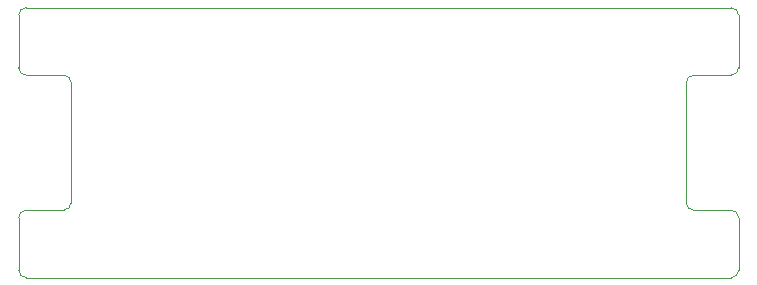
<source format=gm1>
G04 #@! TF.GenerationSoftware,KiCad,Pcbnew,(5.0.0-rc2-dev-444-g2974a2c10)*
G04 #@! TF.CreationDate,2019-04-27T15:19:08-07:00*
G04 #@! TF.ProjectId,ItsyBitsy breadboad,49747379426974737920627265616462,v01*
G04 #@! TF.SameCoordinates,Original*
G04 #@! TF.FileFunction,Profile,NP*
%FSLAX46Y46*%
G04 Gerber Fmt 4.6, Leading zero omitted, Abs format (unit mm)*
G04 Created by KiCad (PCBNEW (5.0.0-rc2-dev-444-g2974a2c10)) date 04/27/19 15:19:08*
%MOMM*%
%LPD*%
G01*
G04 APERTURE LIST*
%ADD10C,0.100000*%
G04 APERTURE END LIST*
D10*
X165735000Y-118745000D02*
X165735000Y-114300000D01*
X165735000Y-101600000D02*
G75*
G02X165100000Y-102235000I-635000J0D01*
G01*
X165100000Y-102235000D02*
X161925000Y-102235000D01*
X161290000Y-102870000D02*
X161290000Y-113030000D01*
X161290000Y-102870000D02*
G75*
G02X161925000Y-102235000I635000J0D01*
G01*
X161925000Y-113665000D02*
G75*
G02X161290000Y-113030000I0J635000D01*
G01*
X165100000Y-113665000D02*
G75*
G02X165735000Y-114300000I0J-635000D01*
G01*
X165100000Y-113665000D02*
X161925000Y-113665000D01*
X105410000Y-113665000D02*
X108585000Y-113665000D01*
X105410000Y-102235000D02*
X108585000Y-102235000D01*
X109220000Y-113030000D02*
G75*
G02X108585000Y-113665000I-635000J0D01*
G01*
X108585000Y-102235000D02*
G75*
G02X109220000Y-102870000I0J-635000D01*
G01*
X109220000Y-113030000D02*
X109220000Y-102870000D01*
X104775000Y-118745000D02*
X104775000Y-114300000D01*
X104775000Y-114300000D02*
G75*
G02X105410000Y-113665000I635000J0D01*
G01*
X105410000Y-102235000D02*
G75*
G02X104775000Y-101600000I0J635000D01*
G01*
X165735000Y-118745000D02*
G75*
G02X165100000Y-119380000I-635000J0D01*
G01*
X105410000Y-119380000D02*
G75*
G02X104775000Y-118745000I0J635000D01*
G01*
X104775000Y-97155000D02*
G75*
G02X105410000Y-96520000I635000J0D01*
G01*
X165100000Y-96520000D02*
G75*
G02X165735000Y-97155000I0J-635000D01*
G01*
X104775000Y-101600000D02*
X104775000Y-97155000D01*
X105410000Y-119380000D02*
X165100000Y-119380000D01*
X105410000Y-96520000D02*
X165100000Y-96520000D01*
X165735000Y-101600000D02*
X165735000Y-97155000D01*
M02*

</source>
